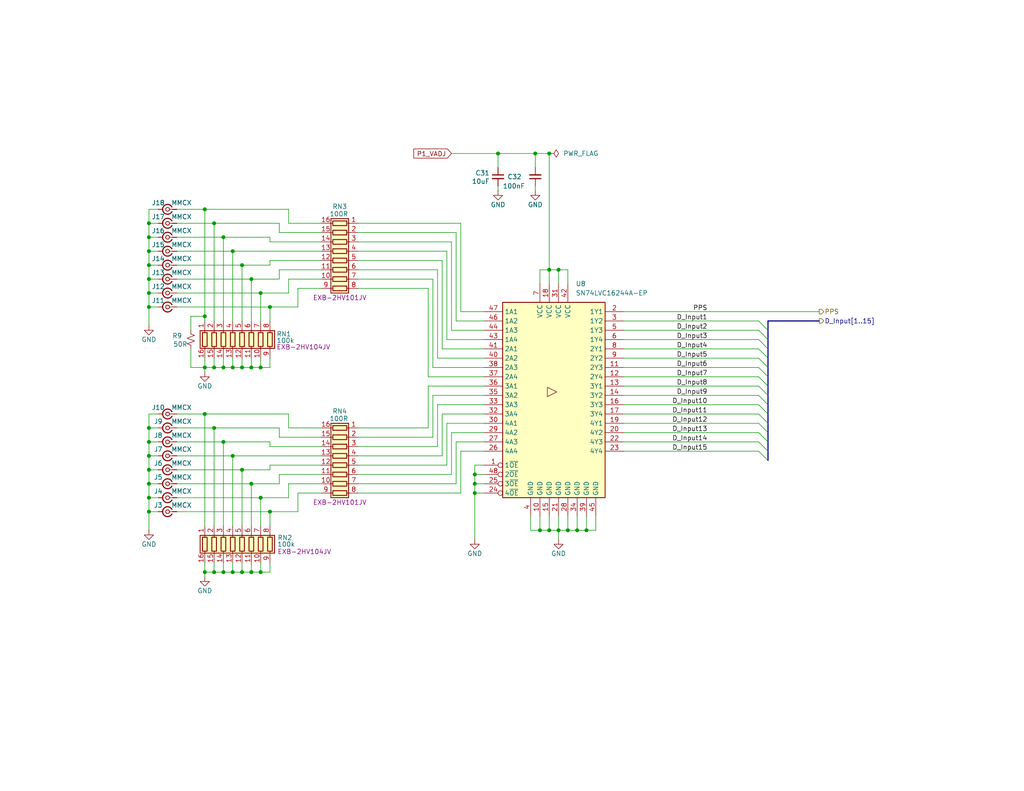
<source format=kicad_sch>
(kicad_sch (version 20250114) (generator "eeschema") (generator_version "9.0")
  (paper "USLetter")
  (title_block (title "RF Input FMC Board") (date "2025-10-16") (rev "0.2") (company "SPDX-FileCopyrightText: 2025 Osprey DCS") (comment 1 "SPDX-License-Identifier: CERN-OHL-S-2.0+"))
  (lib_symbols
    (symbol "Connector:Conn_Coaxial_Small" (pin_numbers (hide yes)) (pin_names (offset 1.016) (hide yes))
      (property "Reference" "J" (at 0.254 3.048 0))
      (property "Value" "Conn_Coaxial_Small" (at 0 -3.81 0))
      (symbol "Conn_Coaxial_Small_0_1"
        (polyline (pts (xy -2.54 0) (xy -0.508 0)))
        (circle (center 0 0) (radius 0.508) (stroke (width 0.2032)))
      )
      (symbol "Conn_Coaxial_Small_1_1"
        (arc (start 1.3484 0.0039) (mid 0.327 -1.308) (end -1.1916 -0.6311) (stroke (width 0.3048)))
        (arc (start -1.1916 0.6311) (mid 0.327 1.3081) (end 1.3484 -0.0039) (stroke (width 0.3048)))
        (pin passive line (at -2.54 0 0) (length 1.27) (name "In") (number "1"))
        (pin passive line (at 2.54 0 180) (length 1.27) (name "Ext") (number "2"))
      )
    )
    (symbol "Device:C_Small" (pin_numbers (hide yes)) (pin_names (offset 0.254) (hide yes))
      (property "Reference" "C" (at 0.254 1.778 0))
      (property "Value" "C_Small" (at 0.254 -2.032 0))
      (symbol "C_Small_0_1"
        (polyline (pts (xy -1.524 0.508) (xy 1.524 0.508)) (stroke (width 0.3048)))
        (polyline (pts (xy -1.524 -0.508) (xy 1.524 -0.508)) (stroke (width 0.3302)))
      )
      (symbol "C_Small_1_1"
        (pin passive line (at 0 2.54 270) (length 2.032) (name "~") (number "1"))
        (pin passive line (at 0 -2.54 90) (length 2.032) (name "~") (number "2"))
      )
    )
    (symbol "Device:R_Pack08" (pin_names (offset 0) (hide yes))
      (property "Reference" "RN" (at -12.7 0 90))
      (property "Value" "R_Pack08" (at 10.16 0 90))
      (symbol "R_Pack08_0_1"
        (rectangle (start -11.43 -2.413) (end 8.89 2.413) (stroke (width 0.254)) (fill (type background)))
        (rectangle (start -10.795 1.905) (end -9.525 -1.905) (stroke (width 0.254)))
        (polyline (pts (xy -10.16 1.905) (xy -10.16 2.54)))
        (polyline (pts (xy -10.16 -2.54) (xy -10.16 -1.905)))
        (rectangle (start -8.255 1.905) (end -6.985 -1.905) (stroke (width 0.254)))
        (polyline (pts (xy -7.62 1.905) (xy -7.62 2.54)))
        (polyline (pts (xy -7.62 -2.54) (xy -7.62 -1.905)))
        (rectangle (start -5.715 1.905) (end -4.445 -1.905) (stroke (width 0.254)))
        (polyline (pts (xy -5.08 1.905) (xy -5.08 2.54)))
        (polyline (pts (xy -5.08 -2.54) (xy -5.08 -1.905)))
        (rectangle (start -3.175 1.905) (end -1.905 -1.905) (stroke (width 0.254)))
        (polyline (pts (xy -2.54 1.905) (xy -2.54 2.54)))
        (polyline (pts (xy -2.54 -2.54) (xy -2.54 -1.905)))
        (rectangle (start -0.635 1.905) (end 0.635 -1.905) (stroke (width 0.254)))
        (polyline (pts (xy 0 1.905) (xy 0 2.54)))
        (polyline (pts (xy 0 -2.54) (xy 0 -1.905)))
        (rectangle (start 1.905 1.905) (end 3.175 -1.905) (stroke (width 0.254)))
        (polyline (pts (xy 2.54 1.905) (xy 2.54 2.54)))
        (polyline (pts (xy 2.54 -2.54) (xy 2.54 -1.905)))
        (rectangle (start 4.445 1.905) (end 5.715 -1.905) (stroke (width 0.254)))
        (polyline (pts (xy 5.08 1.905) (xy 5.08 2.54)))
        (polyline (pts (xy 5.08 -2.54) (xy 5.08 -1.905)))
        (rectangle (start 6.985 1.905) (end 8.255 -1.905) (stroke (width 0.254)))
        (polyline (pts (xy 7.62 1.905) (xy 7.62 2.54)))
        (polyline (pts (xy 7.62 -2.54) (xy 7.62 -1.905)))
      )
      (symbol "R_Pack08_1_1"
        (pin passive line (at -10.16 5.08 270) (length 2.54) (name "R1.2") (number "16"))
        (pin passive line (at -10.16 -5.08 90) (length 2.54) (name "R1.1") (number "1"))
        (pin passive line (at -7.62 5.08 270) (length 2.54) (name "R2.2") (number "15"))
        (pin passive line (at -7.62 -5.08 90) (length 2.54) (name "R2.1") (number "2"))
        (pin passive line (at -5.08 5.08 270) (length 2.54) (name "R3.2") (number "14"))
        (pin passive line (at -5.08 -5.08 90) (length 2.54) (name "R3.1") (number "3"))
        (pin passive line (at -2.54 5.08 270) (length 2.54) (name "R4.2") (number "13"))
        (pin passive line (at -2.54 -5.08 90) (length 2.54) (name "R4.1") (number "4"))
        (pin passive line (at 0 5.08 270) (length 2.54) (name "R5.2") (number "12"))
        (pin passive line (at 0 -5.08 90) (length 2.54) (name "R5.1") (number "5"))
        (pin passive line (at 2.54 5.08 270) (length 2.54) (name "R6.2") (number "11"))
        (pin passive line (at 2.54 -5.08 90) (length 2.54) (name "R6.1") (number "6"))
        (pin passive line (at 5.08 5.08 270) (length 2.54) (name "R7.2") (number "10"))
        (pin passive line (at 5.08 -5.08 90) (length 2.54) (name "R7.1") (number "7"))
        (pin passive line (at 7.62 5.08 270) (length 2.54) (name "R8.2") (number "9"))
        (pin passive line (at 7.62 -5.08 90) (length 2.54) (name "R8.1") (number "8"))
      )
    )
    (symbol "Device:R_Small_US" (pin_numbers (hide yes)) (pin_names (offset 0.254) (hide yes))
      (property "Reference" "R" (at 0.762 0.508 0))
      (property "Value" "R_Small_US" (at 0.762 -1.016 0))
      (symbol "R_Small_US_1_1"
        (polyline (pts (xy 0 1.524) (xy 1.016 1.143) (xy 0 0.762) (xy -1.016 0.381) (xy 0 0)))
        (polyline (pts (xy 0 0) (xy 1.016 -0.381) (xy 0 -0.762) (xy -1.016 -1.143) (xy 0 -1.524)))
        (pin passive line (at 0 2.54 270) (length 1.016) (name "~") (number "1"))
        (pin passive line (at 0 -2.54 90) (length 1.016) (name "~") (number "2"))
      )
    )
    (symbol "power:GND" (power) (pin_numbers (hide yes)) (pin_names (offset 0) (hide yes))
      (property "Value" "GND" (at 0 -3.81 0))
      (symbol "GND_0_1"
        (polyline (pts (xy 0 0) (xy 0 -1.27) (xy 1.27 -1.27) (xy 0 -2.54) (xy -1.27 -1.27) (xy 0 -1.27)))
      )
      (symbol "GND_1_1"
        (pin power_in line (at 0 0 270) (length 0) (name "~") (number "1"))
      )
    )
    (symbol "power:PWR_FLAG" (power) (pin_numbers (hide yes)) (pin_names (offset 0) (hide yes))
      (property "Value" "PWR_FLAG" (at 0 3.81 0))
      (symbol "PWR_FLAG_0_0"
        (pin power_out line (at 0 0 90) (length 0) (name "~") (number "1"))
      )
      (symbol "PWR_FLAG_0_1"
        (polyline (pts (xy 0 0) (xy 0 1.27) (xy -1.016 1.905) (xy 0 2.54) (xy 1.016 1.905) (xy 0 1.27)))
      )
    )
    (symbol "rf-input-fmc:SN74LVC16244A-EP"
      (property "Reference" "U" (at 7.112 27.178 0))
      (property "Value" "SN74LVC16244A-EP" (at 16.256 25.654 0))
      (symbol "SN74LVC16244A-EP_1_0"
        (polyline (pts (xy 2.032 -0.3302) (xy -0.508 0.9398) (xy -0.508 -1.6002) (xy 2.032 -0.3302)) (stroke (width 0.1524)))
        (pin input line (at -17.78 21.59 0) (length 5.08) (name "1A1") (number "47"))
        (pin input line (at -17.78 19.05 0) (length 5.08) (name "1A2") (number "46"))
        (pin input line (at -17.78 16.51 0) (length 5.08) (name "1A3") (number "44"))
        (pin input line (at -17.78 13.97 0) (length 5.08) (name "1A4") (number "43"))
        (pin input line (at -17.78 11.43 0) (length 5.08) (name "2A1") (number "41"))
        (pin input line (at -17.78 8.89 0) (length 5.08) (name "2A2") (number "40"))
        (pin input line (at -17.78 6.35 0) (length 5.08) (name "2A3") (number "38"))
        (pin input line (at -17.78 3.81 0) (length 5.08) (name "2A4") (number "37"))
        (pin input line (at -17.78 1.27 0) (length 5.08) (name "3A1") (number "36"))
        (pin input line (at -17.78 -1.27 0) (length 5.08) (name "3A2") (number "35"))
        (pin input line (at -17.78 -3.81 0) (length 5.08) (name "3A3") (number "33"))
        (pin input line (at -17.78 -6.35 0) (length 5.08) (name "3A4") (number "32"))
        (pin input line (at -17.78 -8.89 0) (length 5.08) (name "4A1") (number "30"))
        (pin input line (at -17.78 -11.43 0) (length 5.08) (name "4A2") (number "29"))
        (pin input line (at -17.78 -13.97 0) (length 5.08) (name "4A3") (number "27"))
        (pin input line (at -17.78 -16.51 0) (length 5.08) (name "4A4") (number "26"))
        (pin passive inverted (at -17.78 -20.32 0) (length 5.08) (name "1~{OE}") (number "1"))
        (pin passive inverted (at -17.78 -22.86 0) (length 5.08) (name "2~{OE}") (number "48"))
        (pin passive inverted (at -17.78 -25.4 0) (length 5.08) (name "3~{OE}") (number "25"))
        (pin passive inverted (at -17.78 -27.94 0) (length 5.08) (name "4~{OE}") (number "24"))
        (pin power_in line (at -5.08 -34.29 90) (length 5.08) (name "GND") (number "4"))
        (pin power_in line (at -2.54 29.21 270) (length 5.08) (name "VCC") (number "7"))
        (pin power_in line (at -2.54 -34.29 90) (length 5.08) (name "GND") (number "10"))
        (pin power_in line (at 0 29.21 270) (length 5.08) (name "VCC") (number "18"))
        (pin power_in line (at 0 -34.29 90) (length 5.08) (name "GND") (number "15"))
        (pin power_in line (at 2.54 29.21 270) (length 5.08) (name "VCC") (number "31"))
        (pin power_in line (at 2.54 -34.29 90) (length 5.08) (name "GND") (number "21"))
        (pin power_in line (at 5.08 29.21 270) (length 5.08) (name "VCC") (number "42"))
        (pin power_in line (at 5.08 -34.29 90) (length 5.08) (name "GND") (number "28"))
        (pin power_in line (at 7.62 -34.29 90) (length 5.08) (name "GND") (number "34"))
        (pin power_in line (at 10.16 -34.29 90) (length 5.08) (name "GND") (number "39"))
        (pin power_in line (at 12.7 -34.29 90) (length 5.08) (name "GND") (number "45"))
        (pin tri_state line (at 20.32 21.59 180) (length 5.08) (name "1Y1") (number "2"))
        (pin tri_state line (at 20.32 19.05 180) (length 5.08) (name "1Y2") (number "3"))
        (pin tri_state line (at 20.32 16.51 180) (length 5.08) (name "1Y3") (number "5"))
        (pin tri_state line (at 20.32 13.97 180) (length 5.08) (name "1Y4") (number "6"))
        (pin tri_state line (at 20.32 11.43 180) (length 5.08) (name "2Y1") (number "8"))
        (pin tri_state line (at 20.32 8.89 180) (length 5.08) (name "2Y2") (number "9"))
        (pin tri_state line (at 20.32 6.35 180) (length 5.08) (name "2Y3") (number "11"))
        (pin tri_state line (at 20.32 3.81 180) (length 5.08) (name "2Y4") (number "12"))
        (pin tri_state line (at 20.32 1.27 180) (length 5.08) (name "3Y1") (number "13"))
        (pin tri_state line (at 20.32 -1.27 180) (length 5.08) (name "3Y2") (number "14"))
        (pin tri_state line (at 20.32 -3.81 180) (length 5.08) (name "3Y3") (number "16"))
        (pin tri_state line (at 20.32 -6.35 180) (length 5.08) (name "3Y4") (number "17"))
        (pin tri_state line (at 20.32 -8.89 180) (length 5.08) (name "4Y1") (number "19"))
        (pin tri_state line (at 20.32 -11.43 180) (length 5.08) (name "4Y2") (number "20"))
        (pin tri_state line (at 20.32 -13.97 180) (length 5.08) (name "4Y3") (number "22"))
        (pin tri_state line (at 20.32 -16.51 180) (length 5.08) (name "4Y4") (number "23"))
      )
      (symbol "SN74LVC16244A-EP_1_1"
        (rectangle (start -12.7 24.13) (end 15.24 -29.21) (stroke (width 0.254)) (fill (type background)))
      )
    )
  )
  (junction (at 154.94 144.78))
  (junction (at 63.5 68.58))
  (junction (at 60.96 120.65))
  (junction (at 40.64 68.58))
  (junction (at 58.42 156.21))
  (junction (at 157.48 144.78))
  (junction (at 63.5 156.21))
  (junction (at 73.66 83.82))
  (junction (at 40.64 120.65))
  (junction (at 40.64 124.46))
  (junction (at 40.64 80.01))
  (junction (at 73.66 139.7))
  (junction (at 40.64 116.84))
  (junction (at 40.64 76.2))
  (junction (at 66.04 100.33))
  (junction (at 66.04 156.21))
  (junction (at 160.02 144.78))
  (junction (at 66.04 128.27))
  (junction (at 40.64 72.39))
  (junction (at 55.88 57.15))
  (junction (at 60.96 156.21))
  (junction (at 149.86 41.91))
  (junction (at 71.12 100.33))
  (junction (at 149.86 144.78))
  (junction (at 55.88 86.36))
  (junction (at 55.88 113.03))
  (junction (at 129.54 132.08))
  (junction (at 55.88 156.21))
  (junction (at 63.5 100.33))
  (junction (at 68.58 76.2))
  (junction (at 40.64 60.96))
  (junction (at 152.4 73.66))
  (junction (at 55.88 100.33))
  (junction (at 60.96 64.77))
  (junction (at 40.64 128.27))
  (junction (at 135.89 41.91))
  (junction (at 40.64 83.82))
  (junction (at 68.58 100.33))
  (junction (at 66.04 72.39))
  (junction (at 63.5 124.46))
  (junction (at 68.58 132.08))
  (junction (at 129.54 134.62))
  (junction (at 68.58 156.21))
  (junction (at 58.42 60.96))
  (junction (at 152.4 144.78))
  (junction (at 71.12 135.89))
  (junction (at 40.64 64.77))
  (junction (at 40.64 135.89))
  (junction (at 71.12 156.21))
  (junction (at 40.64 132.08))
  (junction (at 146.05 41.91))
  (junction (at 129.54 129.54))
  (junction (at 58.42 100.33))
  (junction (at 71.12 80.01))
  (junction (at 149.86 73.66))
  (junction (at 58.42 116.84))
  (junction (at 147.32 144.78))
  (junction (at 60.96 100.33))
  (junction (at 40.64 139.7))
  (bus_entry (at 209.55 92.71) (size -2.54 -2.54))
  (bus_entry (at 209.55 105.41) (size -2.54 -2.54))
  (bus_entry (at 209.55 107.95) (size -2.54 -2.54))
  (bus_entry (at 209.55 120.65) (size -2.54 -2.54))
  (bus_entry (at 209.55 110.49) (size -2.54 -2.54))
  (bus_entry (at 209.55 113.03) (size -2.54 -2.54))
  (bus_entry (at 209.55 97.79) (size -2.54 -2.54))
  (bus_entry (at 209.55 115.57) (size -2.54 -2.54))
  (bus_entry (at 209.55 95.25) (size -2.54 -2.54))
  (bus_entry (at 209.55 125.73) (size -2.54 -2.54))
  (bus_entry (at 209.55 102.87) (size -2.54 -2.54))
  (bus_entry (at 209.55 118.11) (size -2.54 -2.54))
  (bus_entry (at 209.55 90.17) (size -2.54 -2.54))
  (bus_entry (at 209.55 100.33) (size -2.54 -2.54))
  (bus_entry (at 209.55 123.19) (size -2.54 -2.54))
  (wire (pts (xy 135.89 41.91) (xy 135.89 45.72)))
  (wire (pts (xy 118.11 107.95) (xy 132.08 107.95)))
  (wire (pts (xy 40.64 139.7) (xy 43.18 139.7)))
  (wire (pts (xy 40.64 57.15) (xy 40.64 60.96)))
  (wire (pts (xy 116.84 105.41) (xy 132.08 105.41)))
  (wire (pts (xy 129.54 134.62) (xy 129.54 147.32)))
  (wire (pts (xy 170.18 87.63) (xy 207.01 87.63)))
  (wire (pts (xy 129.54 127) (xy 129.54 129.54)))
  (wire (pts (xy 66.04 128.27) (xy 66.04 143.51)))
  (wire (pts (xy 40.64 68.58) (xy 40.64 72.39)))
  (wire (pts (xy 123.19 41.91) (xy 135.89 41.91)))
  (wire (pts (xy 40.64 83.82) (xy 43.18 83.82)))
  (wire (pts (xy 68.58 153.67) (xy 68.58 156.21)))
  (wire (pts (xy 119.38 121.92) (xy 119.38 110.49)))
  (wire (pts (xy 66.04 72.39) (xy 73.66 72.39)))
  (wire (pts (xy 129.54 129.54) (xy 129.54 132.08)))
  (wire (pts (xy 73.66 139.7) (xy 81.28 139.7)))
  (wire (pts (xy 97.79 121.92) (xy 119.38 121.92)))
  (wire (pts (xy 81.28 78.74) (xy 87.63 78.74)))
  (wire (pts (xy 97.79 66.04) (xy 123.19 66.04)))
  (wire (pts (xy 40.64 132.08) (xy 43.18 132.08)))
  (wire (pts (xy 152.4 73.66) (xy 152.4 77.47)))
  (wire (pts (xy 40.64 124.46) (xy 40.64 128.27)))
  (wire (pts (xy 119.38 110.49) (xy 132.08 110.49)))
  (wire (pts (xy 97.79 68.58) (xy 121.92 68.58)))
  (wire (pts (xy 40.64 116.84) (xy 40.64 120.65)))
  (wire (pts (xy 97.79 73.66) (xy 119.38 73.66)))
  (wire (pts (xy 55.88 57.15) (xy 55.88 86.36)))
  (wire (pts (xy 40.64 60.96) (xy 40.64 64.77)))
  (wire (pts (xy 170.18 97.79) (xy 207.01 97.79)))
  (wire (pts (xy 149.86 140.97) (xy 149.86 144.78)))
  (wire (pts (xy 78.74 60.96) (xy 87.63 60.96)))
  (wire (pts (xy 76.2 119.38) (xy 87.63 119.38)))
  (wire (pts (xy 170.18 110.49) (xy 207.01 110.49)))
  (wire (pts (xy 66.04 156.21) (xy 68.58 156.21)))
  (wire (pts (xy 43.18 57.15) (xy 40.64 57.15)))
  (wire (pts (xy 78.74 76.2) (xy 78.74 80.01)))
  (wire (pts (xy 170.18 95.25) (xy 207.01 95.25)))
  (wire (pts (xy 48.26 68.58) (xy 63.5 68.58)))
  (bus (pts (xy 209.55 120.65) (xy 209.55 123.19)))
  (wire (pts (xy 97.79 78.74) (xy 116.84 78.74)))
  (wire (pts (xy 66.04 153.67) (xy 66.04 156.21)))
  (wire (pts (xy 71.12 135.89) (xy 71.12 143.51)))
  (wire (pts (xy 97.79 60.96) (xy 125.73 60.96)))
  (wire (pts (xy 60.96 120.65) (xy 73.66 120.65)))
  (wire (pts (xy 124.46 87.63) (xy 124.46 63.5)))
  (wire (pts (xy 52.07 90.17) (xy 52.07 86.36)))
  (wire (pts (xy 132.08 95.25) (xy 120.65 95.25)))
  (wire (pts (xy 63.5 153.67) (xy 63.5 156.21)))
  (bus (pts (xy 209.55 123.19) (xy 209.55 125.73)))
  (wire (pts (xy 55.88 153.67) (xy 55.88 156.21)))
  (wire (pts (xy 123.19 118.11) (xy 132.08 118.11)))
  (wire (pts (xy 146.05 41.91) (xy 149.86 41.91)))
  (bus (pts (xy 209.55 102.87) (xy 209.55 100.33)))
  (wire (pts (xy 146.05 52.07) (xy 146.05 50.8)))
  (wire (pts (xy 48.26 132.08) (xy 68.58 132.08)))
  (wire (pts (xy 55.88 86.36) (xy 55.88 87.63)))
  (wire (pts (xy 60.96 120.65) (xy 60.96 143.51)))
  (wire (pts (xy 125.73 85.09) (xy 125.73 60.96)))
  (wire (pts (xy 71.12 135.89) (xy 78.74 135.89)))
  (wire (pts (xy 60.96 153.67) (xy 60.96 156.21)))
  (wire (pts (xy 60.96 97.79) (xy 60.96 100.33)))
  (wire (pts (xy 76.2 129.54) (xy 87.63 129.54)))
  (wire (pts (xy 146.05 41.91) (xy 146.05 45.72)))
  (wire (pts (xy 73.66 83.82) (xy 73.66 87.63)))
  (wire (pts (xy 73.66 71.12) (xy 87.63 71.12)))
  (wire (pts (xy 40.64 120.65) (xy 43.18 120.65)))
  (wire (pts (xy 68.58 132.08) (xy 76.2 132.08)))
  (wire (pts (xy 55.88 57.15) (xy 78.74 57.15)))
  (wire (pts (xy 40.64 76.2) (xy 40.64 80.01)))
  (wire (pts (xy 160.02 144.78) (xy 162.56 144.78)))
  (wire (pts (xy 154.94 144.78) (xy 157.48 144.78)))
  (wire (pts (xy 68.58 156.21) (xy 71.12 156.21)))
  (wire (pts (xy 48.26 80.01) (xy 71.12 80.01)))
  (wire (pts (xy 63.5 124.46) (xy 87.63 124.46)))
  (wire (pts (xy 132.08 85.09) (xy 125.73 85.09)))
  (wire (pts (xy 78.74 132.08) (xy 78.74 135.89)))
  (wire (pts (xy 40.64 132.08) (xy 40.64 135.89)))
  (wire (pts (xy 120.65 95.25) (xy 120.65 71.12)))
  (wire (pts (xy 73.66 121.92) (xy 73.66 120.65)))
  (wire (pts (xy 58.42 156.21) (xy 60.96 156.21)))
  (wire (pts (xy 123.19 66.04) (xy 123.19 90.17)))
  (wire (pts (xy 81.28 134.62) (xy 87.63 134.62)))
  (wire (pts (xy 48.26 72.39) (xy 66.04 72.39)))
  (wire (pts (xy 132.08 97.79) (xy 119.38 97.79)))
  (wire (pts (xy 66.04 128.27) (xy 73.66 128.27)))
  (wire (pts (xy 63.5 87.63) (xy 63.5 68.58)))
  (wire (pts (xy 40.64 120.65) (xy 40.64 124.46)))
  (wire (pts (xy 120.65 113.03) (xy 132.08 113.03)))
  (wire (pts (xy 97.79 116.84) (xy 116.84 116.84)))
  (wire (pts (xy 121.92 127) (xy 121.92 115.57)))
  (wire (pts (xy 60.96 156.21) (xy 63.5 156.21)))
  (bus (pts (xy 209.55 87.63) (xy 223.52 87.63)))
  (wire (pts (xy 68.58 132.08) (xy 68.58 143.51)))
  (wire (pts (xy 71.12 80.01) (xy 78.74 80.01)))
  (wire (pts (xy 76.2 63.5) (xy 76.2 60.96)))
  (wire (pts (xy 55.88 100.33) (xy 55.88 101.6)))
  (wire (pts (xy 154.94 73.66) (xy 154.94 77.47)))
  (wire (pts (xy 40.64 68.58) (xy 43.18 68.58)))
  (wire (pts (xy 135.89 41.91) (xy 146.05 41.91)))
  (wire (pts (xy 55.88 113.03) (xy 55.88 143.51)))
  (wire (pts (xy 162.56 144.78) (xy 162.56 140.97)))
  (wire (pts (xy 66.04 100.33) (xy 68.58 100.33)))
  (wire (pts (xy 48.26 64.77) (xy 60.96 64.77)))
  (wire (pts (xy 157.48 144.78) (xy 160.02 144.78)))
  (wire (pts (xy 120.65 124.46) (xy 120.65 113.03)))
  (wire (pts (xy 152.4 144.78) (xy 154.94 144.78)))
  (wire (pts (xy 97.79 76.2) (xy 118.11 76.2)))
  (wire (pts (xy 170.18 105.41) (xy 207.01 105.41)))
  (wire (pts (xy 170.18 90.17) (xy 207.01 90.17)))
  (wire (pts (xy 66.04 72.39) (xy 66.04 87.63)))
  (wire (pts (xy 97.79 119.38) (xy 118.11 119.38)))
  (wire (pts (xy 73.66 66.04) (xy 87.63 66.04)))
  (wire (pts (xy 40.64 128.27) (xy 43.18 128.27)))
  (wire (pts (xy 129.54 132.08) (xy 129.54 134.62)))
  (wire (pts (xy 129.54 129.54) (xy 132.08 129.54)))
  (wire (pts (xy 68.58 76.2) (xy 76.2 76.2)))
  (wire (pts (xy 170.18 102.87) (xy 207.01 102.87)))
  (wire (pts (xy 40.64 64.77) (xy 43.18 64.77)))
  (wire (pts (xy 152.4 144.78) (xy 152.4 147.32)))
  (wire (pts (xy 147.32 77.47) (xy 147.32 73.66)))
  (wire (pts (xy 119.38 97.79) (xy 119.38 73.66)))
  (bus (pts (xy 209.55 107.95) (xy 209.55 110.49)))
  (wire (pts (xy 48.26 139.7) (xy 73.66 139.7)))
  (wire (pts (xy 40.64 139.7) (xy 40.64 144.78)))
  (wire (pts (xy 170.18 92.71) (xy 207.01 92.71)))
  (wire (pts (xy 157.48 140.97) (xy 157.48 144.78)))
  (wire (pts (xy 97.79 127) (xy 121.92 127)))
  (wire (pts (xy 144.78 140.97) (xy 144.78 144.78)))
  (wire (pts (xy 132.08 92.71) (xy 121.92 92.71)))
  (wire (pts (xy 63.5 143.51) (xy 63.5 124.46)))
  (wire (pts (xy 63.5 68.58) (xy 87.63 68.58)))
  (wire (pts (xy 97.79 134.62) (xy 125.73 134.62)))
  (wire (pts (xy 58.42 116.84) (xy 58.42 143.51)))
  (wire (pts (xy 40.64 60.96) (xy 43.18 60.96)))
  (bus (pts (xy 209.55 100.33) (xy 209.55 97.79)))
  (wire (pts (xy 132.08 87.63) (xy 124.46 87.63)))
  (wire (pts (xy 40.64 72.39) (xy 43.18 72.39)))
  (wire (pts (xy 40.64 72.39) (xy 40.64 76.2)))
  (wire (pts (xy 149.86 144.78) (xy 152.4 144.78)))
  (wire (pts (xy 40.64 83.82) (xy 40.64 88.9)))
  (wire (pts (xy 48.26 120.65) (xy 60.96 120.65)))
  (wire (pts (xy 58.42 100.33) (xy 60.96 100.33)))
  (wire (pts (xy 43.18 113.03) (xy 40.64 113.03)))
  (wire (pts (xy 97.79 63.5) (xy 124.46 63.5)))
  (wire (pts (xy 170.18 100.33) (xy 207.01 100.33)))
  (bus (pts (xy 209.55 95.25) (xy 209.55 92.71)))
  (wire (pts (xy 71.12 80.01) (xy 71.12 87.63)))
  (wire (pts (xy 40.64 80.01) (xy 40.64 83.82)))
  (bus (pts (xy 209.55 115.57) (xy 209.55 118.11)))
  (wire (pts (xy 52.07 100.33) (xy 55.88 100.33)))
  (wire (pts (xy 76.2 63.5) (xy 87.63 63.5)))
  (bus (pts (xy 209.55 118.11) (xy 209.55 120.65)))
  (wire (pts (xy 48.26 124.46) (xy 63.5 124.46)))
  (bus (pts (xy 209.55 92.71) (xy 209.55 90.17)))
  (wire (pts (xy 170.18 115.57) (xy 207.01 115.57)))
  (wire (pts (xy 78.74 132.08) (xy 87.63 132.08)))
  (wire (pts (xy 58.42 153.67) (xy 58.42 156.21)))
  (bus (pts (xy 209.55 87.63) (xy 209.55 90.17)))
  (wire (pts (xy 40.64 128.27) (xy 40.64 132.08)))
  (wire (pts (xy 78.74 116.84) (xy 78.74 113.03)))
  (wire (pts (xy 154.94 140.97) (xy 154.94 144.78)))
  (wire (pts (xy 58.42 100.33) (xy 55.88 100.33)))
  (wire (pts (xy 97.79 132.08) (xy 124.46 132.08)))
  (wire (pts (xy 121.92 115.57) (xy 132.08 115.57)))
  (wire (pts (xy 63.5 156.21) (xy 66.04 156.21)))
  (wire (pts (xy 71.12 153.67) (xy 71.12 156.21)))
  (wire (pts (xy 78.74 116.84) (xy 87.63 116.84)))
  (wire (pts (xy 118.11 119.38) (xy 118.11 107.95)))
  (wire (pts (xy 48.26 135.89) (xy 71.12 135.89)))
  (wire (pts (xy 71.12 100.33) (xy 73.66 100.33)))
  (wire (pts (xy 132.08 102.87) (xy 116.84 102.87)))
  (wire (pts (xy 73.66 121.92) (xy 87.63 121.92)))
  (wire (pts (xy 63.5 97.79) (xy 63.5 100.33)))
  (wire (pts (xy 170.18 118.11) (xy 207.01 118.11)))
  (wire (pts (xy 48.26 113.03) (xy 55.88 113.03)))
  (wire (pts (xy 40.64 135.89) (xy 43.18 135.89)))
  (wire (pts (xy 60.96 100.33) (xy 63.5 100.33)))
  (wire (pts (xy 152.4 140.97) (xy 152.4 144.78)))
  (wire (pts (xy 149.86 73.66) (xy 149.86 77.47)))
  (wire (pts (xy 73.66 83.82) (xy 81.28 83.82)))
  (wire (pts (xy 55.88 97.79) (xy 55.88 100.33)))
  (bus (pts (xy 209.55 107.95) (xy 209.55 105.41)))
  (wire (pts (xy 129.54 132.08) (xy 132.08 132.08)))
  (wire (pts (xy 149.86 73.66) (xy 152.4 73.66)))
  (wire (pts (xy 97.79 124.46) (xy 120.65 124.46)))
  (wire (pts (xy 144.78 144.78) (xy 147.32 144.78)))
  (wire (pts (xy 40.64 116.84) (xy 43.18 116.84)))
  (wire (pts (xy 123.19 129.54) (xy 123.19 118.11)))
  (wire (pts (xy 116.84 102.87) (xy 116.84 78.74)))
  (wire (pts (xy 132.08 127) (xy 129.54 127)))
  (wire (pts (xy 124.46 120.65) (xy 132.08 120.65)))
  (wire (pts (xy 73.66 71.12) (xy 73.66 72.39)))
  (wire (pts (xy 170.18 107.95) (xy 207.01 107.95)))
  (bus (pts (xy 209.55 113.03) (xy 209.55 115.57)))
  (wire (pts (xy 118.11 100.33) (xy 118.11 76.2)))
  (wire (pts (xy 129.54 134.62) (xy 132.08 134.62)))
  (wire (pts (xy 73.66 127) (xy 87.63 127)))
  (wire (pts (xy 40.64 135.89) (xy 40.64 139.7)))
  (wire (pts (xy 147.32 144.78) (xy 149.86 144.78)))
  (wire (pts (xy 58.42 60.96) (xy 58.42 87.63)))
  (wire (pts (xy 73.66 127) (xy 73.66 128.27)))
  (wire (pts (xy 147.32 140.97) (xy 147.32 144.78)))
  (wire (pts (xy 125.73 123.19) (xy 132.08 123.19)))
  (wire (pts (xy 58.42 116.84) (xy 76.2 116.84)))
  (bus (pts (xy 209.55 110.49) (xy 209.55 113.03)))
  (wire (pts (xy 132.08 100.33) (xy 118.11 100.33)))
  (wire (pts (xy 170.18 113.03) (xy 207.01 113.03)))
  (wire (pts (xy 40.64 113.03) (xy 40.64 116.84)))
  (wire (pts (xy 71.12 156.21) (xy 73.66 156.21)))
  (wire (pts (xy 135.89 50.8) (xy 135.89 52.07)))
  (wire (pts (xy 48.26 116.84) (xy 58.42 116.84)))
  (bus (pts (xy 209.55 105.41) (xy 209.55 102.87)))
  (wire (pts (xy 58.42 60.96) (xy 76.2 60.96)))
  (wire (pts (xy 48.26 128.27) (xy 66.04 128.27)))
  (wire (pts (xy 121.92 92.71) (xy 121.92 68.58)))
  (wire (pts (xy 40.64 124.46) (xy 43.18 124.46)))
  (wire (pts (xy 81.28 134.62) (xy 81.28 139.7)))
  (wire (pts (xy 124.46 132.08) (xy 124.46 120.65)))
  (wire (pts (xy 52.07 86.36) (xy 55.88 86.36)))
  (wire (pts (xy 170.18 85.09) (xy 223.52 85.09)))
  (wire (pts (xy 116.84 116.84) (xy 116.84 105.41)))
  (wire (pts (xy 40.64 76.2) (xy 43.18 76.2)))
  (wire (pts (xy 55.88 113.03) (xy 78.74 113.03)))
  (wire (pts (xy 73.66 97.79) (xy 73.66 100.33)))
  (wire (pts (xy 170.18 120.65) (xy 207.01 120.65)))
  (wire (pts (xy 76.2 73.66) (xy 87.63 73.66)))
  (wire (pts (xy 78.74 60.96) (xy 78.74 57.15)))
  (wire (pts (xy 160.02 140.97) (xy 160.02 144.78)))
  (wire (pts (xy 48.26 76.2) (xy 68.58 76.2)))
  (wire (pts (xy 52.07 95.25) (xy 52.07 100.33)))
  (wire (pts (xy 48.26 57.15) (xy 55.88 57.15)))
  (wire (pts (xy 149.86 41.91) (xy 149.86 73.66)))
  (wire (pts (xy 48.26 60.96) (xy 58.42 60.96)))
  (wire (pts (xy 68.58 76.2) (xy 68.58 87.63)))
  (wire (pts (xy 132.08 90.17) (xy 123.19 90.17)))
  (wire (pts (xy 58.42 156.21) (xy 55.88 156.21)))
  (wire (pts (xy 68.58 97.79) (xy 68.58 100.33)))
  (wire (pts (xy 97.79 129.54) (xy 123.19 129.54)))
  (wire (pts (xy 40.64 80.01) (xy 43.18 80.01)))
  (wire (pts (xy 73.66 153.67) (xy 73.66 156.21)))
  (wire (pts (xy 63.5 100.33) (xy 66.04 100.33)))
  (wire (pts (xy 76.2 119.38) (xy 76.2 116.84)))
  (wire (pts (xy 78.74 76.2) (xy 87.63 76.2)))
  (wire (pts (xy 125.73 134.62) (xy 125.73 123.19)))
  (wire (pts (xy 97.79 71.12) (xy 120.65 71.12)))
  (wire (pts (xy 73.66 139.7) (xy 73.66 143.51)))
  (wire (pts (xy 60.96 64.77) (xy 73.66 64.77)))
  (wire (pts (xy 71.12 97.79) (xy 71.12 100.33)))
  (wire (pts (xy 68.58 100.33) (xy 71.12 100.33)))
  (wire (pts (xy 76.2 129.54) (xy 76.2 132.08)))
  (wire (pts (xy 76.2 73.66) (xy 76.2 76.2)))
  (wire (pts (xy 170.18 123.19) (xy 207.01 123.19)))
  (wire (pts (xy 58.42 97.79) (xy 58.42 100.33)))
  (wire (pts (xy 66.04 97.79) (xy 66.04 100.33)))
  (wire (pts (xy 147.32 73.66) (xy 149.86 73.66)))
  (bus (pts (xy 209.55 97.79) (xy 209.55 95.25)))
  (wire (pts (xy 40.64 64.77) (xy 40.64 68.58)))
  (wire (pts (xy 60.96 64.77) (xy 60.96 87.63)))
  (wire (pts (xy 48.26 83.82) (xy 73.66 83.82)))
  (wire (pts (xy 55.88 156.21) (xy 55.88 157.48)))
  (wire (pts (xy 152.4 73.66) (xy 154.94 73.66)))
  (wire (pts (xy 81.28 78.74) (xy 81.28 83.82)))
  (wire (pts (xy 73.66 66.04) (xy 73.66 64.77)))
  (label "D_Input4" (at 193.04 95.25 180))
  (label "D_Input15" (at 193.04 123.19 180))
  (label "D_Input1" (at 193.04 87.63 180))
  (label "D_Input14" (at 193.04 120.65 180))
  (label "D_Input9" (at 193.04 107.95 180))
  (label "D_Input7" (at 193.04 102.87 180))
  (label "D_Input13" (at 193.04 118.11 180))
  (label "D_Input11" (at 193.04 113.03 180))
  (label "D_Input12" (at 193.04 115.57 180))
  (label "D_Input6" (at 193.04 100.33 180))
  (label "D_Input2" (at 193.04 90.17 180))
  (label "D_Input5" (at 193.04 97.79 180))
  (label "D_Input3" (at 193.04 92.71 180))
  (label "D_Input10" (at 193.04 110.49 180))
  (label "D_Input8" (at 193.04 105.41 180))
  (label "PPS" (at 193.04 85.09 180))
  (global_label "P1_VADJ" (shape input) (at 123.19 41.91 180) (property "Intersheetrefs" "${INTERSHEET_REFS}" (at 112.3429 41.91 0) (effects (justify right))))
  (hierarchical_label "PPS" (shape output) (at 223.52 85.09 0))
  (hierarchical_label "D_Input[1..15]" (shape output) (at 223.52 87.63 0))
  (symbol (lib_id "Connector:Conn_Coaxial_Small") (at 45.72 132.08 180) (unit 1)
    (property "Reference" "J5" (at 43.18 130.302 0))
    (property "Value" "MMCX" (at 49.53 130.302 0))
    (property "Footprint" "Connector_Coaxial:MMCX_Molex_73415-1471_Vertical" (effects (hide yes)))
    (property "Description" "CONN MMCX JACK STR 50 OHM PCB" (effects (hide yes)))
    (property "MPN" "MMCX-J-P-H-ST-TH1" (effects (hide yes)))
    (property "Manufacturer" "Samtec Inc." (effects (hide yes)))
    (property "Supplier" "Digikey" (effects (hide yes)))
    (property "Supplier Part Number" "SAM10617-ND" (effects (hide yes)))
  )
  (symbol (lib_id "Connector:Conn_Coaxial_Small") (at 45.72 120.65 180) (unit 1)
    (property "Reference" "J8" (at 43.18 118.872 0))
    (property "Value" "MMCX" (at 49.53 118.872 0))
    (property "Footprint" "Connector_Coaxial:MMCX_Molex_73415-1471_Vertical" (effects (hide yes)))
    (property "Description" "CONN MMCX JACK STR 50 OHM PCB" (effects (hide yes)))
    (property "MPN" "MMCX-J-P-H-ST-TH1" (effects (hide yes)))
    (property "Manufacturer" "Samtec Inc." (effects (hide yes)))
    (property "Supplier" "Digikey" (effects (hide yes)))
    (property "Supplier Part Number" "SAM10617-ND" (effects (hide yes)))
  )
  (symbol (lib_id "power:GND") (at 55.88 101.6 0) (unit 1)
    (property "Reference" "#PWR029" (effects (hide yes)))
    (property "Value" "GND" (at 55.88 105.41 0))
    (property "Description" "Power symbol creates a global label with name \"GND\" , ground" (effects (hide yes)))
  )
  (symbol (lib_id "Device:R_Pack08") (at 66.04 148.59 0) (mirror x) (unit 1)
    (property "Reference" "RN2" (at 79.756 146.812 0) (effects (justify right)))
    (property "Value" "100k" (at 80.518 148.59 0) (effects (justify right)))
    (property "Footprint" "Resistor_SMD:R_Array_Convex_8x0602" (effects (hide yes)))
    (property "Description" "8 resistor network, parallel topology" (effects (hide yes)))
    (property "MPN" "EXB-2HV104JV" (at 83.058 150.622 0))
    (property "Manufacturer" "Panasonic Electronic Components" (effects (hide yes)))
    (property "Supplier" "Digikey" (effects (hide yes)))
    (property "Supplier Part Number" "Y1104CT-ND" (effects (hide yes)))
  )
  (symbol (lib_id "power:GND") (at 152.4 147.32 0) (unit 1)
    (property "Reference" "#PWR034" (effects (hide yes)))
    (property "Value" "GND" (at 152.4 151.13 0))
    (property "Description" "Power symbol creates a global label with name \"GND\" , ground" (effects (hide yes)))
  )
  (symbol (lib_id "Connector:Conn_Coaxial_Small") (at 45.72 83.82 180) (unit 1)
    (property "Reference" "J11" (at 43.18 82.042 0))
    (property "Value" "MMCX" (at 49.53 82.042 0))
    (property "Footprint" "Connector_Coaxial:MMCX_Molex_73415-1471_Vertical" (effects (hide yes)))
    (property "Description" "CONN MMCX JACK STR 50 OHM PCB" (effects (hide yes)))
    (property "MPN" "MMCX-J-P-H-ST-TH1" (effects (hide yes)))
    (property "Manufacturer" "Samtec Inc." (effects (hide yes)))
    (property "Supplier" "Digikey" (effects (hide yes)))
    (property "Supplier Part Number" "SAM10617-ND" (effects (hide yes)))
  )
  (symbol (lib_id "Connector:Conn_Coaxial_Small") (at 45.72 80.01 180) (unit 1)
    (property "Reference" "J12" (at 43.18 78.232 0))
    (property "Value" "MMCX" (at 49.53 78.232 0))
    (property "Footprint" "Connector_Coaxial:MMCX_Molex_73415-1471_Vertical" (effects (hide yes)))
    (property "Description" "CONN MMCX JACK STR 50 OHM PCB" (effects (hide yes)))
    (property "MPN" "MMCX-J-P-H-ST-TH1" (effects (hide yes)))
    (property "Manufacturer" "Samtec Inc." (effects (hide yes)))
    (property "Supplier" "Digikey" (effects (hide yes)))
    (property "Supplier Part Number" "SAM10617-ND" (effects (hide yes)))
  )
  (symbol (lib_id "Connector:Conn_Coaxial_Small") (at 45.72 113.03 180) (unit 1)
    (property "Reference" "J10" (at 43.18 111.252 0))
    (property "Value" "MMCX" (at 49.53 111.252 0))
    (property "Footprint" "Connector_Coaxial:MMCX_Molex_73415-1471_Vertical" (effects (hide yes)))
    (property "Description" "CONN MMCX JACK STR 50 OHM PCB" (effects (hide yes)))
    (property "MPN" "MMCX-J-P-H-ST-TH1" (effects (hide yes)))
    (property "Manufacturer" "Samtec Inc." (effects (hide yes)))
    (property "Supplier" "Digikey" (effects (hide yes)))
    (property "Supplier Part Number" "SAM10617-ND" (effects (hide yes)))
  )
  (symbol (lib_id "power:GND") (at 146.05 52.07 0) (mirror y) (unit 1)
    (property "Reference" "#PWR033" (effects (hide yes)))
    (property "Value" "GND" (at 146.05 55.88 0))
    (property "Description" "Power symbol creates a global label with name \"GND\" , ground" (effects (hide yes)))
  )
  (symbol (lib_id "Device:C_Small") (at 146.05 48.26 0) (mirror x) (unit 1)
    (property "Reference" "C32" (at 138.43 48.26 0) (effects (justify left)))
    (property "Value" "100nF" (at 137.16 50.8 0) (effects (justify left)))
    (property "Footprint" "Capacitor_SMD:C_0402_1005Metric" (effects (hide yes)))
    (property "Description" "CAP CER 0.1UF 50V X7R 0402" (effects (hide yes)))
    (property "MPN" "GCM155R71H104KE02J" (effects (hide yes)))
    (property "Manufacturer" "Murata Electronics" (effects (hide yes)))
    (property "Supplier" "Digikey" (effects (hide yes)))
    (property "Supplier Part Number" "490-14514-1-ND" (effects (hide yes)))
  )
  (symbol (lib_id "Device:R_Small_US") (at 52.07 92.71 0) (unit 1)
    (property "Reference" "R9" (at 46.99 91.694 0) (effects (justify left)))
    (property "Value" "50R" (at 47.244 93.98 0) (effects (justify left)))
    (property "Footprint" "Resistor_SMD:R_1206_3216Metric" (effects (hide yes)))
    (property "Description" "RES 50 OHM 0.1% 0.52W 1206" (effects (hide yes)))
    (property "MPN" "TNPW120650R0BEEN" (effects (hide yes)))
    (property "Manufacturer" "Vishay Dale" (effects (hide yes)))
    (property "Supplier" "Digikey" (effects (hide yes)))
    (property "Supplier Part Number" "541-TNPW120650R0BEENCT-ND" (effects (hide yes)))
  )
  (symbol (lib_id "Connector:Conn_Coaxial_Small") (at 45.72 116.84 180) (unit 1)
    (property "Reference" "J9" (at 43.18 115.062 0))
    (property "Value" "MMCX" (at 49.53 115.062 0))
    (property "Footprint" "Connector_Coaxial:MMCX_Molex_73415-1471_Vertical" (effects (hide yes)))
    (property "Description" "CONN MMCX JACK STR 50 OHM PCB" (effects (hide yes)))
    (property "MPN" "MMCX-J-P-H-ST-TH1" (effects (hide yes)))
    (property "Manufacturer" "Samtec Inc." (effects (hide yes)))
    (property "Supplier" "Digikey" (effects (hide yes)))
    (property "Supplier Part Number" "SAM10617-ND" (effects (hide yes)))
  )
  (symbol (lib_id "Device:C_Small") (at 135.89 48.26 0) (mirror y) (unit 1)
    (property "Reference" "C31" (at 133.604 47.244 0) (effects (justify left)))
    (property "Value" "10uF" (at 133.604 49.53 0) (effects (justify left)))
    (property "Footprint" "Capacitor_SMD:C_0603_1608Metric" (effects (hide yes)))
    (property "Description" "CAP CER 10UF 35V X5R 0603" (effects (hide yes)))
    (property "MPN" "GRM188R6YA106MA73D" (effects (hide yes)))
    (property "Manufacturer" "Murata Electronics" (effects (hide yes)))
    (property "Supplier" "Digikey" (effects (hide yes)))
    (property "Supplier Part Number" "490-13248-1-ND" (effects (hide yes)))
  )
  (symbol (lib_id "Connector:Conn_Coaxial_Small") (at 45.72 76.2 180) (unit 1)
    (property "Reference" "J13" (at 43.18 74.422 0))
    (property "Value" "MMCX" (at 49.53 74.422 0))
    (property "Footprint" "Connector_Coaxial:MMCX_Molex_73415-1471_Vertical" (effects (hide yes)))
    (property "Description" "CONN MMCX JACK STR 50 OHM PCB" (effects (hide yes)))
    (property "MPN" "MMCX-J-P-H-ST-TH1" (effects (hide yes)))
    (property "Manufacturer" "Samtec Inc." (effects (hide yes)))
    (property "Supplier" "Digikey" (effects (hide yes)))
    (property "Supplier Part Number" "SAM10617-ND" (effects (hide yes)))
  )
  (symbol (lib_id "Connector:Conn_Coaxial_Small") (at 45.72 57.15 180) (unit 1)
    (property "Reference" "J18" (at 43.18 55.372 0))
    (property "Value" "MMCX" (at 49.53 55.372 0))
    (property "Footprint" "Connector_Coaxial:MMCX_Molex_73415-1471_Vertical" (effects (hide yes)))
    (property "Description" "CONN MMCX JACK STR 50 OHM PCB" (effects (hide yes)))
    (property "MPN" "MMCX-J-P-H-ST-TH1" (effects (hide yes)))
    (property "Manufacturer" "Samtec Inc." (effects (hide yes)))
    (property "Supplier" "Digikey" (effects (hide yes)))
    (property "Supplier Part Number" "SAM10617-ND" (effects (hide yes)))
  )
  (symbol (lib_id "Device:R_Pack08") (at 66.04 92.71 0) (mirror x) (unit 1)
    (property "Reference" "RN1" (at 75.438 91.186 0) (effects (justify left)))
    (property "Value" "100k" (at 75.438 92.964 0) (effects (justify left)))
    (property "Footprint" "Resistor_SMD:R_Array_Convex_8x0602" (effects (hide yes)))
    (property "Description" "8 resistor network, parallel topology" (effects (hide yes)))
    (property "MPN" "EXB-2HV104JV" (at 82.804 94.742 0))
    (property "Manufacturer" "Panasonic Electronic Components" (effects (hide yes)))
    (property "Supplier" "Digikey" (effects (hide yes)))
    (property "Supplier Part Number" "Y1104CT-ND" (effects (hide yes)))
  )
  (symbol (lib_id "rf-input-fmc:SN74LVC16244A-EP") (at 149.86 106.68 0) (unit 1)
    (property "Reference" "U8" (at 157.0833 77.47 0) (effects (justify left)))
    (property "Value" "SN74LVC16244A-EP" (at 157.0833 80.01 0) (effects (justify left)))
    (property "Footprint" "Package_SO:TSSOP-48_6.1x12.5mm_P0.5mm" (effects (hide yes)))
    (property "Datasheet" "https://www.ti.com/lit/ds/symlink/sn74lvc16244a-ep.pdf" (effects (hide yes)))
    (property "Description" "IC BUFF NON-INVERT 3.6V 48-TSSOP" (effects (hide yes)))
    (property "MPN" "SN74LVC16244ADGG" (effects (hide yes)))
    (property "Manufacturer" "Texas Instruments" (effects (hide yes)))
    (property "Supplier" "Digikey" (effects (hide yes)))
    (property "Supplier Part Number" "296-36050-5-ND" (effects (hide yes)))
  )
  (symbol (lib_id "Connector:Conn_Coaxial_Small") (at 45.72 135.89 180) (unit 1)
    (property "Reference" "J4" (at 43.18 134.112 0))
    (property "Value" "MMCX" (at 49.53 134.112 0))
    (property "Footprint" "Connector_Coaxial:MMCX_Molex_73415-1471_Vertical" (effects (hide yes)))
    (property "Description" "CONN MMCX JACK STR 50 OHM PCB" (effects (hide yes)))
    (property "MPN" "MMCX-J-P-H-ST-TH1" (effects (hide yes)))
    (property "Manufacturer" "Samtec Inc." (effects (hide yes)))
    (property "Supplier" "Digikey" (effects (hide yes)))
    (property "Supplier Part Number" "SAM10617-ND" (effects (hide yes)))
  )
  (symbol (lib_id "Device:R_Pack08") (at 92.71 71.12 90) (mirror x) (unit 1)
    (property "Reference" "RN3" (at 92.71 56.388 90))
    (property "Value" "100R" (at 92.456 58.42 90))
    (property "Footprint" "Resistor_SMD:R_Array_Convex_8x0602" (effects (hide yes)))
    (property "Description" "8 resistor network, parallel topology" (effects (hide yes)))
    (property "MPN" "EXB-2HV101JV" (at 92.71 81.28 90))
    (property "Manufacturer" "Panasonic Electronic Components" (effects (hide yes)))
    (property "Supplier" "Digikey" (effects (hide yes)))
    (property "Supplier Part Number" "Y1101CT-ND" (effects (hide yes)))
  )
  (symbol (lib_id "Device:R_Pack08") (at 92.71 127 90) (mirror x) (unit 1)
    (property "Reference" "RN4" (at 92.71 112.268 90))
    (property "Value" "100R" (at 92.456 114.3 90))
    (property "Footprint" "Resistor_SMD:R_Array_Convex_8x0602" (effects (hide yes)))
    (property "Description" "8 resistor network, parallel topology" (effects (hide yes)))
    (property "MPN" "EXB-2HV101JV" (at 92.71 137.16 90))
    (property "Manufacturer" "Panasonic Electronic Components" (effects (hide yes)))
    (property "Supplier" "Digikey" (effects (hide yes)))
    (property "Supplier Part Number" "Y1101CT-ND" (effects (hide yes)))
  )
  (symbol (lib_id "power:GND") (at 135.89 52.07 0) (mirror y) (unit 1)
    (property "Reference" "#PWR032" (effects (hide yes)))
    (property "Value" "GND" (at 135.89 55.88 0))
    (property "Description" "Power symbol creates a global label with name \"GND\" , ground" (effects (hide yes)))
  )
  (symbol (lib_id "power:GND") (at 40.64 144.78 0) (unit 1)
    (property "Reference" "#PWR059" (effects (hide yes)))
    (property "Value" "GND" (at 40.64 148.59 0))
    (property "Description" "Power symbol creates a global label with name \"GND\" , ground" (effects (hide yes)))
  )
  (symbol (lib_id "Connector:Conn_Coaxial_Small") (at 45.72 139.7 180) (unit 1)
    (property "Reference" "J3" (at 43.18 137.922 0))
    (property "Value" "MMCX" (at 49.53 137.922 0))
    (property "Footprint" "Connector_Coaxial:MMCX_Molex_73415-1471_Vertical" (effects (hide yes)))
    (property "Description" "CONN MMCX JACK STR 50 OHM PCB" (effects (hide yes)))
    (property "MPN" "MMCX-J-P-H-ST-TH1" (effects (hide yes)))
    (property "Manufacturer" "Samtec Inc." (effects (hide yes)))
    (property "Supplier" "Digikey" (effects (hide yes)))
    (property "Supplier Part Number" "SAM10617-ND" (effects (hide yes)))
  )
  (symbol (lib_id "power:GND") (at 129.54 147.32 0) (unit 1)
    (property "Reference" "#PWR031" (effects (hide yes)))
    (property "Value" "GND" (at 129.54 151.13 0))
    (property "Description" "Power symbol creates a global label with name \"GND\" , ground" (effects (hide yes)))
  )
  (symbol (lib_id "power:GND") (at 40.64 88.9 0) (unit 1)
    (property "Reference" "#PWR027" (effects (hide yes)))
    (property "Value" "GND" (at 40.64 92.71 0))
    (property "Description" "Power symbol creates a global label with name \"GND\" , ground" (effects (hide yes)))
  )
  (symbol (lib_id "Connector:Conn_Coaxial_Small") (at 45.72 128.27 180) (unit 1)
    (property "Reference" "J6" (at 43.18 126.492 0))
    (property "Value" "MMCX" (at 49.53 126.492 0))
    (property "Footprint" "Connector_Coaxial:MMCX_Molex_73415-1471_Vertical" (effects (hide yes)))
    (property "Description" "CONN MMCX JACK STR 50 OHM PCB" (effects (hide yes)))
    (property "MPN" "MMCX-J-P-H-ST-TH1" (effects (hide yes)))
    (property "Manufacturer" "Samtec Inc." (effects (hide yes)))
    (property "Supplier" "Digikey" (effects (hide yes)))
    (property "Supplier Part Number" "SAM10617-ND" (effects (hide yes)))
  )
  (symbol (lib_id "Connector:Conn_Coaxial_Small") (at 45.72 60.96 180) (unit 1)
    (property "Reference" "J17" (at 43.18 59.182 0))
    (property "Value" "MMCX" (at 49.53 59.182 0))
    (property "Footprint" "Connector_Coaxial:MMCX_Molex_73415-1471_Vertical" (effects (hide yes)))
    (property "Description" "CONN MMCX JACK STR 50 OHM PCB" (effects (hide yes)))
    (property "MPN" "MMCX-J-P-H-ST-TH1" (effects (hide yes)))
    (property "Manufacturer" "Samtec Inc." (effects (hide yes)))
    (property "Supplier" "Digikey" (effects (hide yes)))
    (property "Supplier Part Number" "SAM10617-ND" (effects (hide yes)))
  )
  (symbol (lib_id "Connector:Conn_Coaxial_Small") (at 45.72 68.58 180) (unit 1)
    (property "Reference" "J15" (at 43.18 66.802 0))
    (property "Value" "MMCX" (at 49.53 66.802 0))
    (property "Footprint" "Connector_Coaxial:MMCX_Molex_73415-1471_Vertical" (effects (hide yes)))
    (property "Description" "CONN MMCX JACK STR 50 OHM PCB" (effects (hide yes)))
    (property "MPN" "MMCX-J-P-H-ST-TH1" (effects (hide yes)))
    (property "Manufacturer" "Samtec Inc." (effects (hide yes)))
    (property "Supplier" "Digikey" (effects (hide yes)))
    (property "Supplier Part Number" "SAM10617-ND" (effects (hide yes)))
  )
  (symbol (lib_id "Connector:Conn_Coaxial_Small") (at 45.72 124.46 180) (unit 1)
    (property "Reference" "J7" (at 43.18 122.682 0))
    (property "Value" "MMCX" (at 49.53 122.682 0))
    (property "Footprint" "Connector_Coaxial:MMCX_Molex_73415-1471_Vertical" (effects (hide yes)))
    (property "Description" "CONN MMCX JACK STR 50 OHM PCB" (effects (hide yes)))
    (property "MPN" "MMCX-J-P-H-ST-TH1" (effects (hide yes)))
    (property "Manufacturer" "Samtec Inc." (effects (hide yes)))
    (property "Supplier" "Digikey" (effects (hide yes)))
    (property "Supplier Part Number" "SAM10617-ND" (effects (hide yes)))
  )
  (symbol (lib_id "Connector:Conn_Coaxial_Small") (at 45.72 64.77 180) (unit 1)
    (property "Reference" "J16" (at 43.18 62.992 0))
    (property "Value" "MMCX" (at 49.53 62.992 0))
    (property "Footprint" "Connector_Coaxial:MMCX_Molex_73415-1471_Vertical" (effects (hide yes)))
    (property "Description" "CONN MMCX JACK STR 50 OHM PCB" (effects (hide yes)))
    (property "MPN" "MMCX-J-P-H-ST-TH1" (effects (hide yes)))
    (property "Manufacturer" "Samtec Inc." (effects (hide yes)))
    (property "Supplier" "Digikey" (effects (hide yes)))
    (property "Supplier Part Number" "SAM10617-ND" (effects (hide yes)))
  )
  (symbol (lib_id "Connector:Conn_Coaxial_Small") (at 45.72 72.39 180) (unit 1)
    (property "Reference" "J14" (at 43.18 70.612 0))
    (property "Value" "MMCX" (at 49.53 70.612 0))
    (property "Footprint" "Connector_Coaxial:MMCX_Molex_73415-1471_Vertical" (effects (hide yes)))
    (property "Description" "CONN MMCX JACK STR 50 OHM PCB" (effects (hide yes)))
    (property "MPN" "MMCX-J-P-H-ST-TH1" (effects (hide yes)))
    (property "Manufacturer" "Samtec Inc." (effects (hide yes)))
    (property "Supplier" "Digikey" (effects (hide yes)))
    (property "Supplier Part Number" "SAM10617-ND" (effects (hide yes)))
  )
  (symbol (lib_id "power:PWR_FLAG") (at 149.86 41.91 270) (mirror x) (unit 1)
    (property "Reference" "#FLG04" (effects (hide yes)))
    (property "Value" "PWR_FLAG" (at 153.67 41.9099 90) (effects (justify left)))
    (property "Description" "Special symbol for telling ERC where power comes from" (effects (hide yes)))
  )
  (symbol (lib_id "power:GND") (at 55.88 157.48 0) (unit 1)
    (property "Reference" "#PWR030" (effects (hide yes)))
    (property "Value" "GND" (at 55.88 161.29 0))
    (property "Description" "Power symbol creates a global label with name \"GND\" , ground" (effects (hide yes)))
  )
)
</source>
